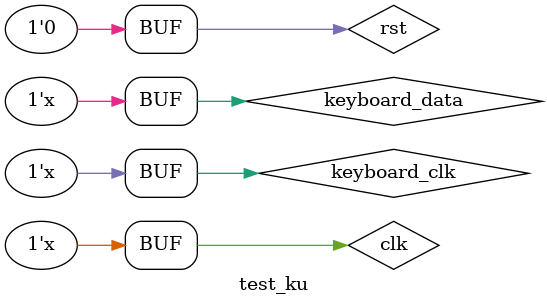
<source format=v>
`timescale 1ns / 1ps


module test_ku;

	// Inputs
	reg clk;
	reg keyboard_clk;
	reg rst;
	reg keyboard_data;

	// Outputs
	wire uart_out;
	wire keyboard_done;
	wire TxD_busy;

	// Instantiate the Unit Under Test (UUT)
	TOP_ku uut (
		.clk(clk), 
		.keyboard_clk(keyboard_clk), 
		.rst(rst), 
		.keyboard_data(keyboard_data), 
		.uart_out(uart_out), 
		.keyboard_done(keyboard_done), 
		.TxD_busy(TxD_busy)
	);

	initial begin
		// Initialize Inputs
		clk = 0;
		keyboard_clk = 0;
		rst = 0;
		keyboard_data = 0;

		// Wait 100 ns for global reset to finish
		#100;
        
		// Add stimulus here	

	end
	
	always begin
		#10 clk = ~clk;
	end
	
	always begin 
		#5 keyboard_clk = ~keyboard_clk;
	end
	
	always begin
		#15 keyboard_data = ~keyboard_data;
	end
      
endmodule


</source>
